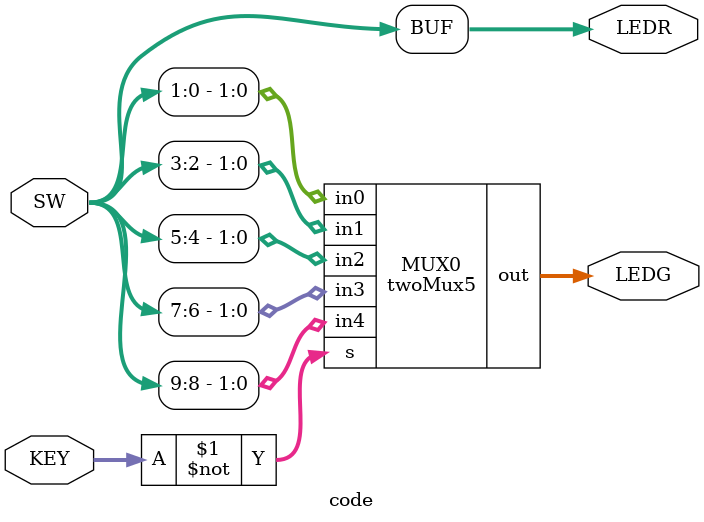
<source format=v>

module twoMux2(out, in1, in0, s);
	output [1:0] out;			// As can be seen, the width is 2 bits.
	input  [1:0] in0, in1;
	input  s;
	wire   [1:0] xS = {2{s}};
	
	assign out = (~xS & in0) | (xS & in1);
endmodule

module twoMux5(out, in4, in3, in2, in1, in0, s);
	output [1:0] out;
	input  [1:0] in4, in3, in2, in1, in0;
	input  [2:0] s;
	
	wire   [1:0] w2, w1, w0;
	
	twoMux2 m0(w0, in1, in0, s[0]);
	twoMux2 m1(w1, in3, in2, s[0]);
	twoMux2 m2(w2, w1, w0, s[1]);
	twoMux2 m3(out, in4, w2, s[2]);
endmodule

module code(LEDG, LEDR, SW, KEY);
	output [1:0] LEDG;
	output [9:0] LEDR;
	input  [9:0] SW;
	input  [3:1] KEY;
	
	assign LEDR = SW;
	twoMux5 MUX0(LEDG, SW[9:8], SW[7:6], SW[5:4], SW[3:2], SW[1:0], ~KEY);
endmodule 

// As an exercise, one may implement the twoMux5 with assign statements only.

</source>
